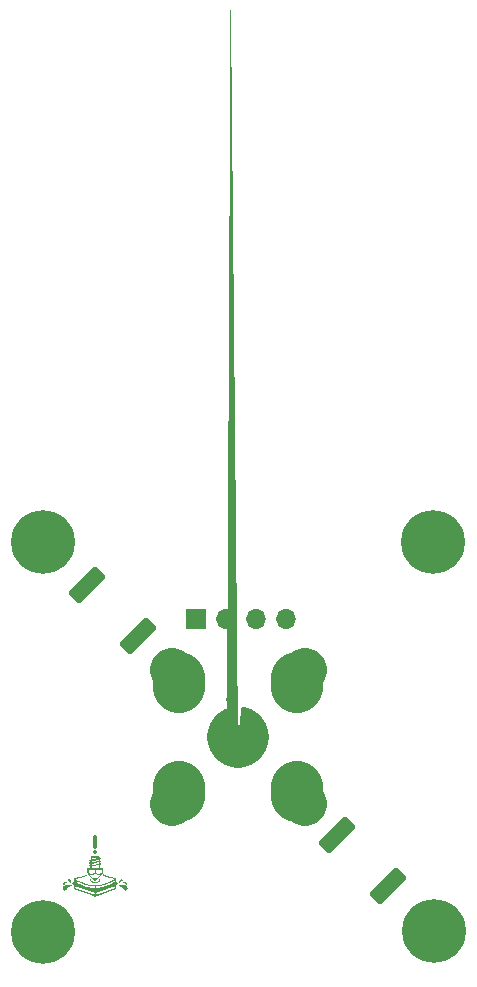
<source format=gbr>
%TF.GenerationSoftware,KiCad,Pcbnew,7.0.7*%
%TF.CreationDate,2023-09-04T20:48:42-04:00*%
%TF.ProjectId,square,73717561-7265-42e6-9b69-6361645f7063,rev?*%
%TF.SameCoordinates,Original*%
%TF.FileFunction,Soldermask,Top*%
%TF.FilePolarity,Negative*%
%FSLAX46Y46*%
G04 Gerber Fmt 4.6, Leading zero omitted, Abs format (unit mm)*
G04 Created by KiCad (PCBNEW 7.0.7) date 2023-09-04 20:48:42*
%MOMM*%
%LPD*%
G01*
G04 APERTURE LIST*
G04 Aperture macros list*
%AMRoundRect*
0 Rectangle with rounded corners*
0 $1 Rounding radius*
0 $2 $3 $4 $5 $6 $7 $8 $9 X,Y pos of 4 corners*
0 Add a 4 corners polygon primitive as box body*
4,1,4,$2,$3,$4,$5,$6,$7,$8,$9,$2,$3,0*
0 Add four circle primitives for the rounded corners*
1,1,$1+$1,$2,$3*
1,1,$1+$1,$4,$5*
1,1,$1+$1,$6,$7*
1,1,$1+$1,$8,$9*
0 Add four rect primitives between the rounded corners*
20,1,$1+$1,$2,$3,$4,$5,0*
20,1,$1+$1,$4,$5,$6,$7,0*
20,1,$1+$1,$6,$7,$8,$9,0*
20,1,$1+$1,$8,$9,$2,$3,0*%
%AMFreePoly0*
4,1,45,0.263282,1.831170,0.521205,1.775062,0.768518,1.682819,1.000186,1.556319,1.211492,1.398137,1.398137,1.211492,1.556319,1.000186,1.682819,0.768518,1.775062,0.521205,1.831170,0.263282,1.850000,0.000000,1.831170,-0.263282,1.775062,-0.521205,1.682819,-0.768518,1.556319,-1.000186,1.398137,-1.211492,1.211492,-1.398137,1.000186,-1.556319,0.768518,-1.682819,0.521205,-1.775062,
0.263282,-1.831170,0.000000,-1.850000,-0.263282,-1.831170,-0.521205,-1.775062,-0.768518,-1.682819,-1.000186,-1.556319,-1.211492,-1.398137,-1.398137,-1.211492,-1.556319,-1.000186,-1.682819,-0.768518,-1.775062,-0.521205,-1.831170,-0.263282,-1.850000,0.000000,-1.831170,0.263282,-1.775062,0.521205,-1.682819,0.768518,-1.556319,1.000186,-1.398137,1.211492,-1.211492,1.398137,-1.000186,1.556319,
-0.768518,1.682819,-0.521205,1.775062,-0.263282,1.831170,0.000000,1.850000,0.263282,1.831170,0.263282,1.831170,$1*%
%AMFreePoly1*
4,1,49,0.287158,2.181179,0.569402,2.125037,0.841904,2.032535,1.100000,1.905256,1.339275,1.745377,1.555635,1.555635,1.745377,1.339275,1.905256,1.100000,2.032535,0.841904,2.125037,0.569402,2.181179,0.287158,2.200000,0.000000,2.181179,-0.287158,2.125037,-0.569402,2.032535,-0.841904,1.905256,-1.100000,1.745377,-1.339275,1.555635,-1.555635,1.339275,-1.745377,1.100000,-1.905256,
0.841904,-2.032535,0.569402,-2.125037,0.287158,-2.181179,0.000000,-2.200000,-0.287158,-2.181179,-0.569402,-2.125037,-0.841904,-2.032535,-1.100000,-1.905256,-1.339275,-1.745377,-1.555635,-1.555635,-1.745377,-1.339275,-1.905256,-1.100000,-2.032535,-0.841904,-2.125037,-0.569402,-2.181179,-0.287158,-2.200000,0.000000,-2.181179,0.287158,-2.125037,0.569402,-2.032535,0.841904,-1.905256,1.100000,
-1.745377,1.339275,-1.555635,1.555635,-1.339275,1.745377,-1.100000,1.905256,-0.841904,2.032535,-0.569402,2.125037,-0.287158,2.181179,0.000000,2.200000,0.287158,2.181179,0.287158,2.181179,$1*%
%AMFreePoly2*
4,1,53,0.313395,2.581043,0.622221,2.524449,0.921973,2.431042,1.208280,2.302186,1.476968,2.139758,1.724119,1.946128,1.946128,1.724119,2.139758,1.476968,2.302186,1.208280,2.431042,0.921973,2.524449,0.622221,2.581043,0.313395,2.600000,0.000000,2.581043,-0.313395,2.524449,-0.622221,2.431042,-0.921973,2.302186,-1.208280,2.139758,-1.476968,1.946128,-1.724119,1.724119,-1.946128,
1.476968,-2.139758,1.208280,-2.302186,0.921973,-2.431042,0.622221,-2.524449,0.313395,-2.581043,0.000000,-2.600000,-0.313395,-2.581043,-0.622221,-2.524449,-0.921973,-2.431042,-1.208280,-2.302186,-1.476968,-2.139758,-1.724119,-1.946128,-1.946128,-1.724119,-2.139758,-1.476968,-2.302186,-1.208280,-2.431042,-0.921973,-2.524449,-0.622221,-2.581043,-0.313395,-2.600000,0.000000,-2.581043,0.313395,
-2.524449,0.622221,-2.431042,0.921973,-2.302186,1.208280,-2.139758,1.476968,-1.946128,1.724119,-1.724119,1.946128,-1.476968,2.139758,-1.208280,2.302186,-0.921973,2.431042,-0.622221,2.524449,-0.313395,2.581043,0.000000,2.600000,0.313395,2.581043,0.313395,2.581043,$1*%
G04 Aperture macros list end*
%ADD10C,0.000000*%
%ADD11R,1.700000X1.700000*%
%ADD12O,1.700000X1.700000*%
%ADD13RoundRect,0.249999X1.325827X0.689429X0.689429X1.325827X-1.325827X-0.689429X-0.689429X-1.325827X0*%
%ADD14C,0.800000*%
%ADD15C,5.400000*%
%ADD16FreePoly0,0.000000*%
%ADD17FreePoly1,0.000000*%
%ADD18FreePoly2,0.000000*%
G04 APERTURE END LIST*
D10*
G36*
X-12481422Y-12017466D02*
G01*
X-12479119Y-12017616D01*
X-12476818Y-12017878D01*
X-12474524Y-12018252D01*
X-12472238Y-12018740D01*
X-12469965Y-12019342D01*
X-12467708Y-12020059D01*
X-12465470Y-12020892D01*
X-12463255Y-12021843D01*
X-12461067Y-12022912D01*
X-12458907Y-12024100D01*
X-12456781Y-12025408D01*
X-12454691Y-12026837D01*
X-12452641Y-12028389D01*
X-12450634Y-12030063D01*
X-12448944Y-12031830D01*
X-12447349Y-12033656D01*
X-12445850Y-12035538D01*
X-12444448Y-12037474D01*
X-12443145Y-12039460D01*
X-12441943Y-12041493D01*
X-12440842Y-12043571D01*
X-12439844Y-12045690D01*
X-12438951Y-12047849D01*
X-12438164Y-12050043D01*
X-12437484Y-12052270D01*
X-12436914Y-12054527D01*
X-12436454Y-12056811D01*
X-12436106Y-12059120D01*
X-12435871Y-12061450D01*
X-12435751Y-12063798D01*
X-12435748Y-12066161D01*
X-12435862Y-12068538D01*
X-12436095Y-12070924D01*
X-12436449Y-12073317D01*
X-12436925Y-12075713D01*
X-12437525Y-12078111D01*
X-12438249Y-12080507D01*
X-12439100Y-12082897D01*
X-12440079Y-12085281D01*
X-12441187Y-12087653D01*
X-12442426Y-12090012D01*
X-12443798Y-12092354D01*
X-12445303Y-12094677D01*
X-12446943Y-12096978D01*
X-12448720Y-12099254D01*
X-12450635Y-12101501D01*
X-12453023Y-12104448D01*
X-12455229Y-12107341D01*
X-12457256Y-12110187D01*
X-12459110Y-12112994D01*
X-12460792Y-12115770D01*
X-12462308Y-12118523D01*
X-12463662Y-12121261D01*
X-12464856Y-12123991D01*
X-12465895Y-12126721D01*
X-12466784Y-12129458D01*
X-12467525Y-12132211D01*
X-12468122Y-12134987D01*
X-12468580Y-12137795D01*
X-12468902Y-12140641D01*
X-12469093Y-12143533D01*
X-12469156Y-12146480D01*
X-12468740Y-12152943D01*
X-12467504Y-12159421D01*
X-12465465Y-12165902D01*
X-12462639Y-12172370D01*
X-12454697Y-12185210D01*
X-12443814Y-12197826D01*
X-12430124Y-12210100D01*
X-12413764Y-12221917D01*
X-12394869Y-12233161D01*
X-12373575Y-12243715D01*
X-12350018Y-12253462D01*
X-12324332Y-12262287D01*
X-12296655Y-12270074D01*
X-12267121Y-12276705D01*
X-12235867Y-12282065D01*
X-12203027Y-12286038D01*
X-12168738Y-12288507D01*
X-12133135Y-12289355D01*
X-12115177Y-12289133D01*
X-12097532Y-12288478D01*
X-12080214Y-12287404D01*
X-12063242Y-12285929D01*
X-12046633Y-12284069D01*
X-12030403Y-12281838D01*
X-12014569Y-12279255D01*
X-11999148Y-12276333D01*
X-11984158Y-12273090D01*
X-11969614Y-12269541D01*
X-11955535Y-12265702D01*
X-11941937Y-12261590D01*
X-11928837Y-12257220D01*
X-11916252Y-12252608D01*
X-11904199Y-12247770D01*
X-11892695Y-12242723D01*
X-11881756Y-12237481D01*
X-11871401Y-12232062D01*
X-11861645Y-12226482D01*
X-11852506Y-12220755D01*
X-11844000Y-12214898D01*
X-11836146Y-12208928D01*
X-11828959Y-12202860D01*
X-11822456Y-12196710D01*
X-11816655Y-12190494D01*
X-11811572Y-12184228D01*
X-11807225Y-12177928D01*
X-11803630Y-12171611D01*
X-11800805Y-12165291D01*
X-11798766Y-12158985D01*
X-11797530Y-12152710D01*
X-11797114Y-12146480D01*
X-11797176Y-12143533D01*
X-11797367Y-12140641D01*
X-11797689Y-12137795D01*
X-11798147Y-12134987D01*
X-11798745Y-12132211D01*
X-11799486Y-12129458D01*
X-11800374Y-12126721D01*
X-11801413Y-12123991D01*
X-11802608Y-12121261D01*
X-11803961Y-12118523D01*
X-11805477Y-12115770D01*
X-11807160Y-12112994D01*
X-11809013Y-12110187D01*
X-11811041Y-12107341D01*
X-11813247Y-12104448D01*
X-11815635Y-12101501D01*
X-11817076Y-12099494D01*
X-11818424Y-12097444D01*
X-11819677Y-12095354D01*
X-11820833Y-12093228D01*
X-11821893Y-12091069D01*
X-11822855Y-12088880D01*
X-11823718Y-12086665D01*
X-11824482Y-12084427D01*
X-11825144Y-12082170D01*
X-11825705Y-12079897D01*
X-11826163Y-12077611D01*
X-11826518Y-12075317D01*
X-11826767Y-12073016D01*
X-11826912Y-12070713D01*
X-11826949Y-12068411D01*
X-11826879Y-12066113D01*
X-11826701Y-12063823D01*
X-11826413Y-12061544D01*
X-11826015Y-12059280D01*
X-11825505Y-12057033D01*
X-11824882Y-12054808D01*
X-11824147Y-12052608D01*
X-11823297Y-12050436D01*
X-11822332Y-12048295D01*
X-11821250Y-12046189D01*
X-11820051Y-12044121D01*
X-11818735Y-12042095D01*
X-11817298Y-12040115D01*
X-11815742Y-12038182D01*
X-11814065Y-12036301D01*
X-11812265Y-12034476D01*
X-11810343Y-12032709D01*
X-11808336Y-12031027D01*
X-11806286Y-12029454D01*
X-11804196Y-12027991D01*
X-11802069Y-12026637D01*
X-11799910Y-12025394D01*
X-11797722Y-12024262D01*
X-11795507Y-12023241D01*
X-11793269Y-12022333D01*
X-11791012Y-12021536D01*
X-11788739Y-12020853D01*
X-11786453Y-12020283D01*
X-11784158Y-12019826D01*
X-11781858Y-12019484D01*
X-11779555Y-12019257D01*
X-11777253Y-12019145D01*
X-11774955Y-12019149D01*
X-11772665Y-12019270D01*
X-11770386Y-12019507D01*
X-11768122Y-12019861D01*
X-11765875Y-12020333D01*
X-11763650Y-12020923D01*
X-11761450Y-12021632D01*
X-11759278Y-12022460D01*
X-11757137Y-12023408D01*
X-11755031Y-12024475D01*
X-11752963Y-12025664D01*
X-11750937Y-12026974D01*
X-11748956Y-12028405D01*
X-11747024Y-12029958D01*
X-11745143Y-12031634D01*
X-11743318Y-12033433D01*
X-11741551Y-12035355D01*
X-11736250Y-12041370D01*
X-11731262Y-12047504D01*
X-11726593Y-12053755D01*
X-11722245Y-12060118D01*
X-11718222Y-12066590D01*
X-11714529Y-12073167D01*
X-11711170Y-12079844D01*
X-11708147Y-12086618D01*
X-11705466Y-12093485D01*
X-11703129Y-12100441D01*
X-11701142Y-12107483D01*
X-11699507Y-12114606D01*
X-11698229Y-12121806D01*
X-11697311Y-12129081D01*
X-11696757Y-12136425D01*
X-11696572Y-12143834D01*
X-11697118Y-12156389D01*
X-11698742Y-12168746D01*
X-11701418Y-12180889D01*
X-11705124Y-12192808D01*
X-11709836Y-12204488D01*
X-11715530Y-12215917D01*
X-11722182Y-12227081D01*
X-11729769Y-12237968D01*
X-11738266Y-12248564D01*
X-11747651Y-12258856D01*
X-11768986Y-12278477D01*
X-11793585Y-12296726D01*
X-11821257Y-12313498D01*
X-11851812Y-12328689D01*
X-11885062Y-12342194D01*
X-11920815Y-12353909D01*
X-11958881Y-12363728D01*
X-11999072Y-12371547D01*
X-12041197Y-12377262D01*
X-12085065Y-12380767D01*
X-12130488Y-12381959D01*
X-12153615Y-12381659D01*
X-12176347Y-12380767D01*
X-12198663Y-12379297D01*
X-12220540Y-12377262D01*
X-12241955Y-12374674D01*
X-12262887Y-12371547D01*
X-12283313Y-12367894D01*
X-12303212Y-12363728D01*
X-12322559Y-12359062D01*
X-12341335Y-12353909D01*
X-12359515Y-12348282D01*
X-12377078Y-12342194D01*
X-12394001Y-12335659D01*
X-12410263Y-12328689D01*
X-12425841Y-12321298D01*
X-12440712Y-12313498D01*
X-12454855Y-12305303D01*
X-12468247Y-12296726D01*
X-12480865Y-12287780D01*
X-12492688Y-12278477D01*
X-12503694Y-12268832D01*
X-12513859Y-12258856D01*
X-12523162Y-12248564D01*
X-12531580Y-12237968D01*
X-12539091Y-12227081D01*
X-12545673Y-12215917D01*
X-12551304Y-12204488D01*
X-12555961Y-12192808D01*
X-12559622Y-12180889D01*
X-12562264Y-12168746D01*
X-12563866Y-12156389D01*
X-12564405Y-12143834D01*
X-12564220Y-12136424D01*
X-12563666Y-12129075D01*
X-12562748Y-12121789D01*
X-12561470Y-12114565D01*
X-12559835Y-12107402D01*
X-12557847Y-12100302D01*
X-12555511Y-12093264D01*
X-12552829Y-12086287D01*
X-12549807Y-12079373D01*
X-12546447Y-12072521D01*
X-12542754Y-12065730D01*
X-12538732Y-12059002D01*
X-12534384Y-12052336D01*
X-12529715Y-12045732D01*
X-12524727Y-12039189D01*
X-12519426Y-12032709D01*
X-12517659Y-12031020D01*
X-12515834Y-12029424D01*
X-12513953Y-12027923D01*
X-12512021Y-12026518D01*
X-12510040Y-12025211D01*
X-12508014Y-12024001D01*
X-12505946Y-12022889D01*
X-12503840Y-12021878D01*
X-12501699Y-12020967D01*
X-12499527Y-12020158D01*
X-12497327Y-12019452D01*
X-12495102Y-12018850D01*
X-12492855Y-12018352D01*
X-12490591Y-12017959D01*
X-12488312Y-12017674D01*
X-12486022Y-12017496D01*
X-12483724Y-12017426D01*
X-12481422Y-12017466D01*
G37*
G36*
X-9586933Y-12313788D02*
G01*
X-9574679Y-12314956D01*
X-9562308Y-12316721D01*
X-9549849Y-12319127D01*
X-9537334Y-12322216D01*
X-9524791Y-12326032D01*
X-9512251Y-12330618D01*
X-9499745Y-12336017D01*
X-9487301Y-12342272D01*
X-9475520Y-12349276D01*
X-9464960Y-12356847D01*
X-9455585Y-12364919D01*
X-9447360Y-12373422D01*
X-9440249Y-12382290D01*
X-9434217Y-12391455D01*
X-9429228Y-12400848D01*
X-9425248Y-12410402D01*
X-9422240Y-12420049D01*
X-9420170Y-12429721D01*
X-9419002Y-12439351D01*
X-9418700Y-12448870D01*
X-9419230Y-12458211D01*
X-9420556Y-12467305D01*
X-9422643Y-12476086D01*
X-9425454Y-12484485D01*
X-9428956Y-12492435D01*
X-9433112Y-12499867D01*
X-9437888Y-12506713D01*
X-9443247Y-12512907D01*
X-9449154Y-12518380D01*
X-9455575Y-12523064D01*
X-9462473Y-12526892D01*
X-9469814Y-12529795D01*
X-9477561Y-12531706D01*
X-9485680Y-12532557D01*
X-9494135Y-12532280D01*
X-9502892Y-12530808D01*
X-9511913Y-12528072D01*
X-9521165Y-12524005D01*
X-9530611Y-12518538D01*
X-9540217Y-12511605D01*
X-9549546Y-12503514D01*
X-9557048Y-12495125D01*
X-9563257Y-12486450D01*
X-9568702Y-12477499D01*
X-9579425Y-12458818D01*
X-9585765Y-12449111D01*
X-9593465Y-12439175D01*
X-9603057Y-12429023D01*
X-9615071Y-12418665D01*
X-9630038Y-12408113D01*
X-9648490Y-12397380D01*
X-9670957Y-12386475D01*
X-9697970Y-12375412D01*
X-9730060Y-12364202D01*
X-9767759Y-12352855D01*
X-9761134Y-12349471D01*
X-9742541Y-12341156D01*
X-9729357Y-12336012D01*
X-9713902Y-12330671D01*
X-9696416Y-12325476D01*
X-9677139Y-12320774D01*
X-9656312Y-12316910D01*
X-9634175Y-12314227D01*
X-9610969Y-12313071D01*
X-9586933Y-12313788D01*
G37*
G36*
X-11823739Y-10133062D02*
G01*
X-11821268Y-10133244D01*
X-11818812Y-10133542D01*
X-11816379Y-10133952D01*
X-11813977Y-10134471D01*
X-11811615Y-10135094D01*
X-11809298Y-10135818D01*
X-11807036Y-10136639D01*
X-11804836Y-10137553D01*
X-11802706Y-10138556D01*
X-11800653Y-10139645D01*
X-11798685Y-10140815D01*
X-11796811Y-10142062D01*
X-11795037Y-10143383D01*
X-11793371Y-10144774D01*
X-11791822Y-10146230D01*
X-11749489Y-10188564D01*
X-11748033Y-10190113D01*
X-11746642Y-10191778D01*
X-11745321Y-10193552D01*
X-11744074Y-10195426D01*
X-11742904Y-10197394D01*
X-11741816Y-10199447D01*
X-11740812Y-10201577D01*
X-11739898Y-10203777D01*
X-11739077Y-10206039D01*
X-11738353Y-10208356D01*
X-11737730Y-10210718D01*
X-11737211Y-10213120D01*
X-11736801Y-10215553D01*
X-11736503Y-10218009D01*
X-11736322Y-10220480D01*
X-11736260Y-10222959D01*
X-11736260Y-10238834D01*
X-11667468Y-10260001D01*
X-11664771Y-10260806D01*
X-11662138Y-10261732D01*
X-11659571Y-10262774D01*
X-11657071Y-10263928D01*
X-11654641Y-10265191D01*
X-11652283Y-10266559D01*
X-11649999Y-10268027D01*
X-11647790Y-10269592D01*
X-11645659Y-10271250D01*
X-11643607Y-10272997D01*
X-11641636Y-10274830D01*
X-11639749Y-10276744D01*
X-11636233Y-10280801D01*
X-11633073Y-10285136D01*
X-11630285Y-10289720D01*
X-11627884Y-10294521D01*
X-11625887Y-10299508D01*
X-11624308Y-10304649D01*
X-11623164Y-10309915D01*
X-11622469Y-10315274D01*
X-11622295Y-10317979D01*
X-11622239Y-10320695D01*
X-11622303Y-10323419D01*
X-11622489Y-10326147D01*
X-11622559Y-10328859D01*
X-11622764Y-10331538D01*
X-11623102Y-10334182D01*
X-11623569Y-10336787D01*
X-11624163Y-10339351D01*
X-11624879Y-10341872D01*
X-11625714Y-10344348D01*
X-11626665Y-10346776D01*
X-11627728Y-10349153D01*
X-11628901Y-10351478D01*
X-11630179Y-10353747D01*
X-11631559Y-10355959D01*
X-11633038Y-10358110D01*
X-11634612Y-10360199D01*
X-11636279Y-10362223D01*
X-11638034Y-10364180D01*
X-11639874Y-10366067D01*
X-11641797Y-10367882D01*
X-11643797Y-10369622D01*
X-11645873Y-10371286D01*
X-11648021Y-10372869D01*
X-11650237Y-10374371D01*
X-11652517Y-10375789D01*
X-11654860Y-10377120D01*
X-11657260Y-10378362D01*
X-11659715Y-10379512D01*
X-11662222Y-10380568D01*
X-11664777Y-10381528D01*
X-11667376Y-10382389D01*
X-11670016Y-10383149D01*
X-11672694Y-10383805D01*
X-11675406Y-10384355D01*
X-11736260Y-10394938D01*
X-11736260Y-10471668D01*
X-11667468Y-10492834D01*
X-11664771Y-10493640D01*
X-11662138Y-10494565D01*
X-11659571Y-10495607D01*
X-11657071Y-10496762D01*
X-11654641Y-10498025D01*
X-11652283Y-10499392D01*
X-11649999Y-10500860D01*
X-11647790Y-10502426D01*
X-11645659Y-10504084D01*
X-11643607Y-10505831D01*
X-11641636Y-10507664D01*
X-11639749Y-10509578D01*
X-11636233Y-10513634D01*
X-11633073Y-10517970D01*
X-11630285Y-10522554D01*
X-11627884Y-10527354D01*
X-11625887Y-10532341D01*
X-11624308Y-10537483D01*
X-11623164Y-10542749D01*
X-11622469Y-10548107D01*
X-11622295Y-10550812D01*
X-11622239Y-10553528D01*
X-11622303Y-10556252D01*
X-11622489Y-10558980D01*
X-11622559Y-10561693D01*
X-11622764Y-10564372D01*
X-11623102Y-10567015D01*
X-11623569Y-10569620D01*
X-11624163Y-10572185D01*
X-11624879Y-10574706D01*
X-11625714Y-10577181D01*
X-11626665Y-10579609D01*
X-11627728Y-10581987D01*
X-11628901Y-10584311D01*
X-11630179Y-10586580D01*
X-11631559Y-10588792D01*
X-11633038Y-10590944D01*
X-11634612Y-10593033D01*
X-11636279Y-10595057D01*
X-11638034Y-10597014D01*
X-11639874Y-10598901D01*
X-11641797Y-10600716D01*
X-11643797Y-10602456D01*
X-11645873Y-10604119D01*
X-11648021Y-10605703D01*
X-11650237Y-10607205D01*
X-11652517Y-10608623D01*
X-11654860Y-10609954D01*
X-11657260Y-10611196D01*
X-11659715Y-10612346D01*
X-11662222Y-10613402D01*
X-11664777Y-10614362D01*
X-11667376Y-10615223D01*
X-11670016Y-10615983D01*
X-11672694Y-10616639D01*
X-11675406Y-10617189D01*
X-11736260Y-10627772D01*
X-11736260Y-10704501D01*
X-11667468Y-10725668D01*
X-11664771Y-10726473D01*
X-11662138Y-10727399D01*
X-11659571Y-10728441D01*
X-11657071Y-10729595D01*
X-11654641Y-10730858D01*
X-11652283Y-10732225D01*
X-11649999Y-10733694D01*
X-11647790Y-10735259D01*
X-11645659Y-10736917D01*
X-11643607Y-10738664D01*
X-11641636Y-10740497D01*
X-11639749Y-10742411D01*
X-11636233Y-10746467D01*
X-11633073Y-10750803D01*
X-11630285Y-10755387D01*
X-11627884Y-10760187D01*
X-11625887Y-10765174D01*
X-11624308Y-10770316D01*
X-11623164Y-10775582D01*
X-11622469Y-10780941D01*
X-11622295Y-10783645D01*
X-11622239Y-10786362D01*
X-11622303Y-10789086D01*
X-11622489Y-10791814D01*
X-11622559Y-10794526D01*
X-11622764Y-10797205D01*
X-11623102Y-10799849D01*
X-11623569Y-10802454D01*
X-11624163Y-10805018D01*
X-11624879Y-10807539D01*
X-11625714Y-10810015D01*
X-11626665Y-10812443D01*
X-11627728Y-10814820D01*
X-11628901Y-10817144D01*
X-11630179Y-10819414D01*
X-11631559Y-10821625D01*
X-11633038Y-10823777D01*
X-11634612Y-10825866D01*
X-11636279Y-10827890D01*
X-11638034Y-10829847D01*
X-11639874Y-10831734D01*
X-11641797Y-10833549D01*
X-11643797Y-10835289D01*
X-11645873Y-10836952D01*
X-11648021Y-10838536D01*
X-11650237Y-10840038D01*
X-11652517Y-10841456D01*
X-11654860Y-10842787D01*
X-11657260Y-10844028D01*
X-11659715Y-10845179D01*
X-11662222Y-10846235D01*
X-11664777Y-10847195D01*
X-11667376Y-10848056D01*
X-11670016Y-10848815D01*
X-11672694Y-10849472D01*
X-11675406Y-10850022D01*
X-11736260Y-10860605D01*
X-11736260Y-11074917D01*
X-11582802Y-11074917D01*
X-11577137Y-11075056D01*
X-11571555Y-11075467D01*
X-11566064Y-11076145D01*
X-11560669Y-11077083D01*
X-11555377Y-11078274D01*
X-11550194Y-11079714D01*
X-11545126Y-11081394D01*
X-11540179Y-11083310D01*
X-11535361Y-11085454D01*
X-11530677Y-11087820D01*
X-11526133Y-11090403D01*
X-11521736Y-11093195D01*
X-11517492Y-11096191D01*
X-11513408Y-11099384D01*
X-11509489Y-11102768D01*
X-11505742Y-11106337D01*
X-11502174Y-11110084D01*
X-11498790Y-11114002D01*
X-11495597Y-11118087D01*
X-11492601Y-11122331D01*
X-11489808Y-11126728D01*
X-11487226Y-11131271D01*
X-11484859Y-11135955D01*
X-11482715Y-11140774D01*
X-11480799Y-11145720D01*
X-11479119Y-11150788D01*
X-11477680Y-11155971D01*
X-11476488Y-11161264D01*
X-11475550Y-11166658D01*
X-11474872Y-11172150D01*
X-11474461Y-11177731D01*
X-11474323Y-11183397D01*
X-11474323Y-11498251D01*
X-11474509Y-11506681D01*
X-11475067Y-11515092D01*
X-11475997Y-11523464D01*
X-11477299Y-11531778D01*
X-11478974Y-11540015D01*
X-11481020Y-11548154D01*
X-11483438Y-11556178D01*
X-11486229Y-11564066D01*
X-11489392Y-11571798D01*
X-11492926Y-11579357D01*
X-11496833Y-11586721D01*
X-11501112Y-11593873D01*
X-11505763Y-11600791D01*
X-11510786Y-11607458D01*
X-11516181Y-11613854D01*
X-11521948Y-11619959D01*
X-12061698Y-12196751D01*
X-12063247Y-12198673D01*
X-12064912Y-12200471D01*
X-12066686Y-12202146D01*
X-12068560Y-12203696D01*
X-12070528Y-12205122D01*
X-12072581Y-12206424D01*
X-12074711Y-12207603D01*
X-12076911Y-12208657D01*
X-12079173Y-12209587D01*
X-12081490Y-12210393D01*
X-12083852Y-12211075D01*
X-12086254Y-12211633D01*
X-12088687Y-12212068D01*
X-12091143Y-12212378D01*
X-12093614Y-12212564D01*
X-12096093Y-12212626D01*
X-12164884Y-12212626D01*
X-12167364Y-12212564D01*
X-12169835Y-12212378D01*
X-12172291Y-12212068D01*
X-12174723Y-12211634D01*
X-12177125Y-12211075D01*
X-12179488Y-12210393D01*
X-12181804Y-12209587D01*
X-12184066Y-12208657D01*
X-12186267Y-12207603D01*
X-12188397Y-12206425D01*
X-12190450Y-12205122D01*
X-12192417Y-12203696D01*
X-12194292Y-12202146D01*
X-12196066Y-12200472D01*
X-12197731Y-12198673D01*
X-12198521Y-12197727D01*
X-12199280Y-12196751D01*
X-12689183Y-11680813D01*
X-12551176Y-11680813D01*
X-12273363Y-11977146D01*
X-12130488Y-11974501D01*
X-11987613Y-11977146D01*
X-11709800Y-11680813D01*
X-11735680Y-11684699D01*
X-11748775Y-11686487D01*
X-11762055Y-11688089D01*
X-11775584Y-11689443D01*
X-11789423Y-11690487D01*
X-11803635Y-11691159D01*
X-11818280Y-11691396D01*
X-11845215Y-11690765D01*
X-11871413Y-11688952D01*
X-11896821Y-11686077D01*
X-11921385Y-11682260D01*
X-11945048Y-11677622D01*
X-11967759Y-11672281D01*
X-11989462Y-11666360D01*
X-12010103Y-11659977D01*
X-12029627Y-11653254D01*
X-12047981Y-11646309D01*
X-12065111Y-11639264D01*
X-12080961Y-11632238D01*
X-12095478Y-11625351D01*
X-12108608Y-11618724D01*
X-12130488Y-11606730D01*
X-12153236Y-11618724D01*
X-12181503Y-11632238D01*
X-12214855Y-11646309D01*
X-12233302Y-11653254D01*
X-12252858Y-11659977D01*
X-12273468Y-11666360D01*
X-12295078Y-11672281D01*
X-12317633Y-11677622D01*
X-12341080Y-11682260D01*
X-12365364Y-11686077D01*
X-12390431Y-11688952D01*
X-12416227Y-11690765D01*
X-12442696Y-11691396D01*
X-12457341Y-11691267D01*
X-12471552Y-11690859D01*
X-12485391Y-11690141D01*
X-12498920Y-11689081D01*
X-12512201Y-11687650D01*
X-12525296Y-11685815D01*
X-12538267Y-11683547D01*
X-12551176Y-11680813D01*
X-12689183Y-11680813D01*
X-12746966Y-11619959D01*
X-12752297Y-11613854D01*
X-12757369Y-11607459D01*
X-12762169Y-11600792D01*
X-12766686Y-11593873D01*
X-12770909Y-11586722D01*
X-12774825Y-11579357D01*
X-12778424Y-11571799D01*
X-12781693Y-11564066D01*
X-12784621Y-11556178D01*
X-12787197Y-11548155D01*
X-12789408Y-11540015D01*
X-12791243Y-11531779D01*
X-12792690Y-11523464D01*
X-12793739Y-11515092D01*
X-12794376Y-11506681D01*
X-12794591Y-11498251D01*
X-12794591Y-11495605D01*
X-12688759Y-11495605D01*
X-12688729Y-11497093D01*
X-12688640Y-11498582D01*
X-12688498Y-11500070D01*
X-12688304Y-11501558D01*
X-12688065Y-11503046D01*
X-12687783Y-11504535D01*
X-12687462Y-11506023D01*
X-12687106Y-11507511D01*
X-12686305Y-11510488D01*
X-12685411Y-11513464D01*
X-12683468Y-11519417D01*
X-12671598Y-11527918D01*
X-12653991Y-11538807D01*
X-12643105Y-11544807D01*
X-12630866Y-11550997D01*
X-12617302Y-11557242D01*
X-12602439Y-11563405D01*
X-12586305Y-11569351D01*
X-12568927Y-11574944D01*
X-12550332Y-11580049D01*
X-12530547Y-11584530D01*
X-12509599Y-11588251D01*
X-12487516Y-11591077D01*
X-12464324Y-11592872D01*
X-12440051Y-11593501D01*
X-12417954Y-11592960D01*
X-12396348Y-11591408D01*
X-12375293Y-11588949D01*
X-12354847Y-11585687D01*
X-12335067Y-11581728D01*
X-12316012Y-11577176D01*
X-12297740Y-11572136D01*
X-12280309Y-11566712D01*
X-12263777Y-11561009D01*
X-12248202Y-11555131D01*
X-12233643Y-11549184D01*
X-12220157Y-11543271D01*
X-12207804Y-11537498D01*
X-12196639Y-11531970D01*
X-12183062Y-11524709D01*
X-12082863Y-11524709D01*
X-12065097Y-11534616D01*
X-12041936Y-11545917D01*
X-12013937Y-11557777D01*
X-11998299Y-11563655D01*
X-11981660Y-11569358D01*
X-11964092Y-11574782D01*
X-11945663Y-11579822D01*
X-11926443Y-11584374D01*
X-11906502Y-11588333D01*
X-11885910Y-11591595D01*
X-11864737Y-11594054D01*
X-11843053Y-11595606D01*
X-11820926Y-11596147D01*
X-11808656Y-11595979D01*
X-11796653Y-11595489D01*
X-11784920Y-11594695D01*
X-11773461Y-11593615D01*
X-11762279Y-11592267D01*
X-11751378Y-11590670D01*
X-11740760Y-11588843D01*
X-11730430Y-11586804D01*
X-11720391Y-11584570D01*
X-11710645Y-11582162D01*
X-11692050Y-11576892D01*
X-11674672Y-11571142D01*
X-11658538Y-11565058D01*
X-11643675Y-11558789D01*
X-11630111Y-11552480D01*
X-11617872Y-11546280D01*
X-11606985Y-11540336D01*
X-11597479Y-11534795D01*
X-11589379Y-11529805D01*
X-11577509Y-11522063D01*
X-11575566Y-11516110D01*
X-11574672Y-11513134D01*
X-11573871Y-11510157D01*
X-11573515Y-11508669D01*
X-11573194Y-11507180D01*
X-11572912Y-11505692D01*
X-11572672Y-11504204D01*
X-11572479Y-11502716D01*
X-11572336Y-11501227D01*
X-11572248Y-11499739D01*
X-11572217Y-11498251D01*
X-11572217Y-11323626D01*
X-11588547Y-11313725D01*
X-11609590Y-11302459D01*
X-11621801Y-11296586D01*
X-11635097Y-11290698D01*
X-11649448Y-11284902D01*
X-11664822Y-11279308D01*
X-11681187Y-11274024D01*
X-11698515Y-11269159D01*
X-11716772Y-11264821D01*
X-11735928Y-11261118D01*
X-11755953Y-11258160D01*
X-11776815Y-11256054D01*
X-11798483Y-11254909D01*
X-11820926Y-11254834D01*
X-11843024Y-11255375D01*
X-11864629Y-11256927D01*
X-11885684Y-11259386D01*
X-11906130Y-11262648D01*
X-11925910Y-11266607D01*
X-11944965Y-11271159D01*
X-11963237Y-11276199D01*
X-11980668Y-11281623D01*
X-11997200Y-11287327D01*
X-12012775Y-11293204D01*
X-12027334Y-11299151D01*
X-12040819Y-11305064D01*
X-12053173Y-11310837D01*
X-12064337Y-11316365D01*
X-12082863Y-11326272D01*
X-12082863Y-11524709D01*
X-12183062Y-11524709D01*
X-12178113Y-11522063D01*
X-12178113Y-11323626D01*
X-12195880Y-11313719D01*
X-12219041Y-11302418D01*
X-12247039Y-11290558D01*
X-12262678Y-11284681D01*
X-12279316Y-11278977D01*
X-12296885Y-11273553D01*
X-12315314Y-11268513D01*
X-12334534Y-11263961D01*
X-12354475Y-11260002D01*
X-12375066Y-11256740D01*
X-12396240Y-11254281D01*
X-12417924Y-11252729D01*
X-12440051Y-11252188D01*
X-12451135Y-11252326D01*
X-12462058Y-11252729D01*
X-12483402Y-11254281D01*
X-12504041Y-11256740D01*
X-12523932Y-11260002D01*
X-12543032Y-11263961D01*
X-12561299Y-11268513D01*
X-12578690Y-11273553D01*
X-12595163Y-11278977D01*
X-12610674Y-11284681D01*
X-12625182Y-11290558D01*
X-12638643Y-11296505D01*
X-12651015Y-11302418D01*
X-12662255Y-11308191D01*
X-12672321Y-11313719D01*
X-12681170Y-11318899D01*
X-12688759Y-11323626D01*
X-12688759Y-11495605D01*
X-12794591Y-11495605D01*
X-12794591Y-11183397D01*
X-12688759Y-11183397D01*
X-12686113Y-11183397D01*
X-12686113Y-11212501D01*
X-12674713Y-11206558D01*
X-12662383Y-11200677D01*
X-12649185Y-11194921D01*
X-12635181Y-11189350D01*
X-12620432Y-11184027D01*
X-12605002Y-11179015D01*
X-12588951Y-11174374D01*
X-12572342Y-11170168D01*
X-12307759Y-11170168D01*
X-12292630Y-11173789D01*
X-12278004Y-11177681D01*
X-12263890Y-11181806D01*
X-12250295Y-11186125D01*
X-12237227Y-11190599D01*
X-12224694Y-11195189D01*
X-12212704Y-11199857D01*
X-12201264Y-11204564D01*
X-12190382Y-11209270D01*
X-12180067Y-11213938D01*
X-12161163Y-11223002D01*
X-12144617Y-11231446D01*
X-12130488Y-11238959D01*
X-12116251Y-11231446D01*
X-12099441Y-11223002D01*
X-12080212Y-11213938D01*
X-12058720Y-11204564D01*
X-12035119Y-11195189D01*
X-12009565Y-11186125D01*
X-11996104Y-11181806D01*
X-11982213Y-11177681D01*
X-11967911Y-11173789D01*
X-11953217Y-11170168D01*
X-11683343Y-11170168D01*
X-11675002Y-11172213D01*
X-11666843Y-11174374D01*
X-11658862Y-11176644D01*
X-11651055Y-11179014D01*
X-11635950Y-11184027D01*
X-11621497Y-11189350D01*
X-11607663Y-11194920D01*
X-11594418Y-11200677D01*
X-11581731Y-11206558D01*
X-11569572Y-11212501D01*
X-11569572Y-11183397D01*
X-11569587Y-11182660D01*
X-11569633Y-11181940D01*
X-11569709Y-11181236D01*
X-11569815Y-11180549D01*
X-11569949Y-11179880D01*
X-11570113Y-11179228D01*
X-11570304Y-11178595D01*
X-11570523Y-11177981D01*
X-11570769Y-11177386D01*
X-11571041Y-11176811D01*
X-11571340Y-11176257D01*
X-11571665Y-11175723D01*
X-11572014Y-11175210D01*
X-11572389Y-11174720D01*
X-11572787Y-11174251D01*
X-11573210Y-11173806D01*
X-11573655Y-11173383D01*
X-11574124Y-11172985D01*
X-11574614Y-11172610D01*
X-11575127Y-11172261D01*
X-11575661Y-11171936D01*
X-11576215Y-11171637D01*
X-11576790Y-11171365D01*
X-11577385Y-11171118D01*
X-11577999Y-11170900D01*
X-11578632Y-11170708D01*
X-11579284Y-11170545D01*
X-11579953Y-11170410D01*
X-11580640Y-11170305D01*
X-11581344Y-11170229D01*
X-11582064Y-11170183D01*
X-11582801Y-11170168D01*
X-11683343Y-11170168D01*
X-11953217Y-11170168D01*
X-12307759Y-11170168D01*
X-12572342Y-11170168D01*
X-12675530Y-11170168D01*
X-12676266Y-11170183D01*
X-12676987Y-11170229D01*
X-12677690Y-11170305D01*
X-12678377Y-11170410D01*
X-12679047Y-11170545D01*
X-12679698Y-11170708D01*
X-12680331Y-11170900D01*
X-12680946Y-11171118D01*
X-12681540Y-11171364D01*
X-12682115Y-11171637D01*
X-12682670Y-11171936D01*
X-12683204Y-11172260D01*
X-12683716Y-11172610D01*
X-12684207Y-11172985D01*
X-12684675Y-11173383D01*
X-12685121Y-11173806D01*
X-12685543Y-11174251D01*
X-12685942Y-11174720D01*
X-12686317Y-11175210D01*
X-12686666Y-11175723D01*
X-12686991Y-11176256D01*
X-12687290Y-11176811D01*
X-12687562Y-11177386D01*
X-12687808Y-11177981D01*
X-12688027Y-11178595D01*
X-12688219Y-11179228D01*
X-12688382Y-11179880D01*
X-12688516Y-11180549D01*
X-12688622Y-11181236D01*
X-12688698Y-11181940D01*
X-12688744Y-11182660D01*
X-12688759Y-11183397D01*
X-12794591Y-11183397D01*
X-12794453Y-11177964D01*
X-12794042Y-11172586D01*
X-12793364Y-11167270D01*
X-12792426Y-11162023D01*
X-12791234Y-11156854D01*
X-12789795Y-11151771D01*
X-12788115Y-11146780D01*
X-12786199Y-11141890D01*
X-12784055Y-11137109D01*
X-12781688Y-11132444D01*
X-12779106Y-11127903D01*
X-12776313Y-11123493D01*
X-12773318Y-11119224D01*
X-12770124Y-11115101D01*
X-12766741Y-11111134D01*
X-12763172Y-11107329D01*
X-12759425Y-11103695D01*
X-12755507Y-11100239D01*
X-12751422Y-11096969D01*
X-12747178Y-11093893D01*
X-12742781Y-11091019D01*
X-12738238Y-11088353D01*
X-12733553Y-11085905D01*
X-12728735Y-11083682D01*
X-12723789Y-11081691D01*
X-12718721Y-11079940D01*
X-12713537Y-11078438D01*
X-12708245Y-11077191D01*
X-12702850Y-11076208D01*
X-12697359Y-11075496D01*
X-12691778Y-11075063D01*
X-12686112Y-11074917D01*
X-12532654Y-11074917D01*
X-12429467Y-11074917D01*
X-11834155Y-11074917D01*
X-11834155Y-10876480D01*
X-12429467Y-10969084D01*
X-12429467Y-11074917D01*
X-12532654Y-11074917D01*
X-12532654Y-11006126D01*
X-12598800Y-10990251D01*
X-12601497Y-10989453D01*
X-12604131Y-10988549D01*
X-12606700Y-10987541D01*
X-12609203Y-10986432D01*
X-12611637Y-10985224D01*
X-12614003Y-10983920D01*
X-12618520Y-10981032D01*
X-12622742Y-10977787D01*
X-12626659Y-10974205D01*
X-12630258Y-10970306D01*
X-12633527Y-10966108D01*
X-12636455Y-10961630D01*
X-12639030Y-10956894D01*
X-12641241Y-10951917D01*
X-12643077Y-10946719D01*
X-12644524Y-10941319D01*
X-12645573Y-10935737D01*
X-12646210Y-10929993D01*
X-12646425Y-10924105D01*
X-12646116Y-10921152D01*
X-12645685Y-10918247D01*
X-12645136Y-10915393D01*
X-12644472Y-10912591D01*
X-12643695Y-10909844D01*
X-12642809Y-10907153D01*
X-12641816Y-10904519D01*
X-12640720Y-10901946D01*
X-12639523Y-10899435D01*
X-12638228Y-10896988D01*
X-12636838Y-10894607D01*
X-12635356Y-10892293D01*
X-12633785Y-10890049D01*
X-12632128Y-10887877D01*
X-12630387Y-10885779D01*
X-12628566Y-10883756D01*
X-12626667Y-10881811D01*
X-12624694Y-10879945D01*
X-12622649Y-10878161D01*
X-12620535Y-10876460D01*
X-12618356Y-10874844D01*
X-12616113Y-10873315D01*
X-12613810Y-10871875D01*
X-12611451Y-10870527D01*
X-12609036Y-10869272D01*
X-12606571Y-10868111D01*
X-12604057Y-10867048D01*
X-12601498Y-10866083D01*
X-12598896Y-10865219D01*
X-12596254Y-10864458D01*
X-12593575Y-10863801D01*
X-12590863Y-10863251D01*
X-12530009Y-10852667D01*
X-12530009Y-10836793D01*
X-12429467Y-10836793D01*
X-11834155Y-10744188D01*
X-11834155Y-10643647D01*
X-12429467Y-10736251D01*
X-12429467Y-10836793D01*
X-12530009Y-10836793D01*
X-12530009Y-10773293D01*
X-12596155Y-10757418D01*
X-12598852Y-10756620D01*
X-12601486Y-10755716D01*
X-12604055Y-10754708D01*
X-12606558Y-10753599D01*
X-12608992Y-10752391D01*
X-12611358Y-10751087D01*
X-12615875Y-10748199D01*
X-12620097Y-10744954D01*
X-12624014Y-10741372D01*
X-12627613Y-10737473D01*
X-12630882Y-10733275D01*
X-12633810Y-10728797D01*
X-12636385Y-10724061D01*
X-12638596Y-10719084D01*
X-12640432Y-10713886D01*
X-12641879Y-10708486D01*
X-12642927Y-10702904D01*
X-12643565Y-10697160D01*
X-12643780Y-10691272D01*
X-12643471Y-10688319D01*
X-12643040Y-10685414D01*
X-12642491Y-10682560D01*
X-12641827Y-10679759D01*
X-12641050Y-10677011D01*
X-12640164Y-10674320D01*
X-12639171Y-10671686D01*
X-12638075Y-10669113D01*
X-12636878Y-10666602D01*
X-12635583Y-10664155D01*
X-12634193Y-10661774D01*
X-12632711Y-10659460D01*
X-12631140Y-10657216D01*
X-12629482Y-10655044D01*
X-12627742Y-10652946D01*
X-12625921Y-10650923D01*
X-12624022Y-10648978D01*
X-12622049Y-10647112D01*
X-12620004Y-10645328D01*
X-12617890Y-10643626D01*
X-12615710Y-10642011D01*
X-12613468Y-10640482D01*
X-12611165Y-10639042D01*
X-12608805Y-10637694D01*
X-12606391Y-10636439D01*
X-12603926Y-10635278D01*
X-12601412Y-10634215D01*
X-12598853Y-10633250D01*
X-12596251Y-10632386D01*
X-12593609Y-10631625D01*
X-12590930Y-10630968D01*
X-12588218Y-10630418D01*
X-12527363Y-10619834D01*
X-12527363Y-10603959D01*
X-12429467Y-10603959D01*
X-11834155Y-10511355D01*
X-11834155Y-10410813D01*
X-12429467Y-10503418D01*
X-12429467Y-10603959D01*
X-12527363Y-10603959D01*
X-12527363Y-10540459D01*
X-12593509Y-10524584D01*
X-12596206Y-10523786D01*
X-12598840Y-10522882D01*
X-12601409Y-10521875D01*
X-12603912Y-10520766D01*
X-12606346Y-10519558D01*
X-12608712Y-10518254D01*
X-12613229Y-10515365D01*
X-12617452Y-10512121D01*
X-12621368Y-10508539D01*
X-12624967Y-10504640D01*
X-12628236Y-10500441D01*
X-12631164Y-10495964D01*
X-12633739Y-10491228D01*
X-12635950Y-10486251D01*
X-12637786Y-10481052D01*
X-12639233Y-10475653D01*
X-12640282Y-10470071D01*
X-12640919Y-10464327D01*
X-12641134Y-10458439D01*
X-12640825Y-10455486D01*
X-12640394Y-10452581D01*
X-12639845Y-10449727D01*
X-12639181Y-10446925D01*
X-12638404Y-10444178D01*
X-12637518Y-10441486D01*
X-12636525Y-10438853D01*
X-12635429Y-10436280D01*
X-12634232Y-10433769D01*
X-12632937Y-10431322D01*
X-12631547Y-10428940D01*
X-12630065Y-10426627D01*
X-12628494Y-10424383D01*
X-12626836Y-10422211D01*
X-12625096Y-10420113D01*
X-12623275Y-10418090D01*
X-12621376Y-10416145D01*
X-12619403Y-10414279D01*
X-12617358Y-10412494D01*
X-12615244Y-10410793D01*
X-12613064Y-10409177D01*
X-12610822Y-10407649D01*
X-12608519Y-10406209D01*
X-12606159Y-10404861D01*
X-12603745Y-10403605D01*
X-12601280Y-10402445D01*
X-12598766Y-10401381D01*
X-12596207Y-10400417D01*
X-12593605Y-10399553D01*
X-12590963Y-10398791D01*
X-12588284Y-10398135D01*
X-12585572Y-10397585D01*
X-12524717Y-10387001D01*
X-12524717Y-10371126D01*
X-12432114Y-10371126D01*
X-11836801Y-10278522D01*
X-11836801Y-10244126D01*
X-11850030Y-10230897D01*
X-12416238Y-10230897D01*
X-12429467Y-10244126D01*
X-12432114Y-10244126D01*
X-12432114Y-10371126D01*
X-12524717Y-10371126D01*
X-12524717Y-10222959D01*
X-12524656Y-10220480D01*
X-12524474Y-10218009D01*
X-12524177Y-10215553D01*
X-12523767Y-10213120D01*
X-12523248Y-10210719D01*
X-12522625Y-10208356D01*
X-12521900Y-10206039D01*
X-12521080Y-10203777D01*
X-12520166Y-10201577D01*
X-12519162Y-10199447D01*
X-12518074Y-10197394D01*
X-12516904Y-10195426D01*
X-12515657Y-10193552D01*
X-12514336Y-10191778D01*
X-12512945Y-10190113D01*
X-12511488Y-10188564D01*
X-12469155Y-10146230D01*
X-12467606Y-10144774D01*
X-12465941Y-10143383D01*
X-12464167Y-10142062D01*
X-12462293Y-10140815D01*
X-12460325Y-10139645D01*
X-12458272Y-10138556D01*
X-12456142Y-10137553D01*
X-12453942Y-10136639D01*
X-12451680Y-10135818D01*
X-12449363Y-10135094D01*
X-12447000Y-10134471D01*
X-12444599Y-10133952D01*
X-12442166Y-10133542D01*
X-12439710Y-10133244D01*
X-12437239Y-10133062D01*
X-12434760Y-10133001D01*
X-11826218Y-10133001D01*
X-11823739Y-10133062D01*
G37*
G36*
X-12122111Y-8341980D02*
G01*
X-12113851Y-8342596D01*
X-12105720Y-8343612D01*
X-12097725Y-8345017D01*
X-12089879Y-8346802D01*
X-12082189Y-8348958D01*
X-12074666Y-8351473D01*
X-12067319Y-8354340D01*
X-12060158Y-8357547D01*
X-12053193Y-8361086D01*
X-12046434Y-8364947D01*
X-12039889Y-8369119D01*
X-12033569Y-8373594D01*
X-12027484Y-8378361D01*
X-12021643Y-8383412D01*
X-12016056Y-8388735D01*
X-12010732Y-8394323D01*
X-12005682Y-8400164D01*
X-12000914Y-8406249D01*
X-11996440Y-8412569D01*
X-11992267Y-8419113D01*
X-11988406Y-8425873D01*
X-11984868Y-8432838D01*
X-11981660Y-8439998D01*
X-11978794Y-8447345D01*
X-11976278Y-8454868D01*
X-11974123Y-8462558D01*
X-11972338Y-8470405D01*
X-11970932Y-8478399D01*
X-11969917Y-8486531D01*
X-11969300Y-8494790D01*
X-11969092Y-8503168D01*
X-11969092Y-9323376D01*
X-11969300Y-9331754D01*
X-11969917Y-9340013D01*
X-11970932Y-9348145D01*
X-11972338Y-9356139D01*
X-11974123Y-9363986D01*
X-11976278Y-9371675D01*
X-11978794Y-9379199D01*
X-11981660Y-9386545D01*
X-11984868Y-9393706D01*
X-11988406Y-9400671D01*
X-11992267Y-9407431D01*
X-11996440Y-9413975D01*
X-12000914Y-9420295D01*
X-12005682Y-9426380D01*
X-12010732Y-9432221D01*
X-12016056Y-9437808D01*
X-12021643Y-9443132D01*
X-12027484Y-9448182D01*
X-12033569Y-9452950D01*
X-12039889Y-9457425D01*
X-12046434Y-9461597D01*
X-12053193Y-9465458D01*
X-12060158Y-9468997D01*
X-12067319Y-9472204D01*
X-12074666Y-9475071D01*
X-12082189Y-9477586D01*
X-12089879Y-9479742D01*
X-12097725Y-9481527D01*
X-12105720Y-9482932D01*
X-12113851Y-9483948D01*
X-12122111Y-9484564D01*
X-12130488Y-9484772D01*
X-12138866Y-9484557D01*
X-12147126Y-9483919D01*
X-12155257Y-9482869D01*
X-12163251Y-9481418D01*
X-12171098Y-9479578D01*
X-12178788Y-9477360D01*
X-12186311Y-9474774D01*
X-12193658Y-9471832D01*
X-12200818Y-9468545D01*
X-12207783Y-9464925D01*
X-12214543Y-9460982D01*
X-12221088Y-9456727D01*
X-12227407Y-9452172D01*
X-12233492Y-9447328D01*
X-12239333Y-9442205D01*
X-12244921Y-9436816D01*
X-12250244Y-9431171D01*
X-12255295Y-9425281D01*
X-12260062Y-9419158D01*
X-12264537Y-9412812D01*
X-12268710Y-9406256D01*
X-12272570Y-9399499D01*
X-12276109Y-9392553D01*
X-12279316Y-9385429D01*
X-12282183Y-9378139D01*
X-12284699Y-9370693D01*
X-12286854Y-9363103D01*
X-12288639Y-9355379D01*
X-12290044Y-9347534D01*
X-12291060Y-9339577D01*
X-12291677Y-9331521D01*
X-12291884Y-9323376D01*
X-12291884Y-8503168D01*
X-12291677Y-8494790D01*
X-12291060Y-8486531D01*
X-12290044Y-8478399D01*
X-12288639Y-8470405D01*
X-12286854Y-8462558D01*
X-12284699Y-8454868D01*
X-12282183Y-8447345D01*
X-12279317Y-8439999D01*
X-12276109Y-8432838D01*
X-12272570Y-8425873D01*
X-12268710Y-8419113D01*
X-12264537Y-8412569D01*
X-12260062Y-8406249D01*
X-12255295Y-8400164D01*
X-12250244Y-8394323D01*
X-12244921Y-8388736D01*
X-12239334Y-8383412D01*
X-12233493Y-8378362D01*
X-12227407Y-8373594D01*
X-12221088Y-8369119D01*
X-12214543Y-8364947D01*
X-12207784Y-8361086D01*
X-12200819Y-8357547D01*
X-12193658Y-8354340D01*
X-12186311Y-8351473D01*
X-12178788Y-8348958D01*
X-12171098Y-8346802D01*
X-12163251Y-8345017D01*
X-12155257Y-8343612D01*
X-12147126Y-8342596D01*
X-12138866Y-8341980D01*
X-12130488Y-8341772D01*
X-12122111Y-8341980D01*
G37*
G36*
X-14639461Y-12313436D02*
G01*
X-14627964Y-12314227D01*
X-14616721Y-12315399D01*
X-14605763Y-12316909D01*
X-14595122Y-12318716D01*
X-14584829Y-12320774D01*
X-14565415Y-12325476D01*
X-14547772Y-12330670D01*
X-14532152Y-12336012D01*
X-14518808Y-12341155D01*
X-14507990Y-12345756D01*
X-14499951Y-12349470D01*
X-14493217Y-12352855D01*
X-14512801Y-12358544D01*
X-14530916Y-12364201D01*
X-14547629Y-12369824D01*
X-14563006Y-12375412D01*
X-14577114Y-12380962D01*
X-14590020Y-12386475D01*
X-14601788Y-12391948D01*
X-14612487Y-12397379D01*
X-14622181Y-12402768D01*
X-14630938Y-12408113D01*
X-14638824Y-12413412D01*
X-14645906Y-12418665D01*
X-14652249Y-12423869D01*
X-14657920Y-12429023D01*
X-14662985Y-12434125D01*
X-14667512Y-12439175D01*
X-14671565Y-12444171D01*
X-14675212Y-12449111D01*
X-14678519Y-12453993D01*
X-14681552Y-12458817D01*
X-14692275Y-12477499D01*
X-14697720Y-12486450D01*
X-14700695Y-12490823D01*
X-14703928Y-12495125D01*
X-14707484Y-12499356D01*
X-14711431Y-12503514D01*
X-14715834Y-12507598D01*
X-14720759Y-12511605D01*
X-14730365Y-12518538D01*
X-14739812Y-12524005D01*
X-14749063Y-12528072D01*
X-14758085Y-12530808D01*
X-14766841Y-12532280D01*
X-14775296Y-12532557D01*
X-14783415Y-12531706D01*
X-14791163Y-12529795D01*
X-14798504Y-12526892D01*
X-14805402Y-12523064D01*
X-14811822Y-12518380D01*
X-14817730Y-12512907D01*
X-14823089Y-12506713D01*
X-14827864Y-12499867D01*
X-14832020Y-12492435D01*
X-14835522Y-12484485D01*
X-14838334Y-12476086D01*
X-14840420Y-12467305D01*
X-14841746Y-12458211D01*
X-14842276Y-12448870D01*
X-14841975Y-12439351D01*
X-14840807Y-12429721D01*
X-14838736Y-12420049D01*
X-14835729Y-12410402D01*
X-14831748Y-12400848D01*
X-14826760Y-12391454D01*
X-14820727Y-12382290D01*
X-14813616Y-12373422D01*
X-14805391Y-12364918D01*
X-14796016Y-12356846D01*
X-14785456Y-12349275D01*
X-14773676Y-12342271D01*
X-14761465Y-12336016D01*
X-14749161Y-12330617D01*
X-14736796Y-12326032D01*
X-14724402Y-12322216D01*
X-14712010Y-12319126D01*
X-14699651Y-12316721D01*
X-14687357Y-12314955D01*
X-14675160Y-12313787D01*
X-14663090Y-12313174D01*
X-14651180Y-12313071D01*
X-14639461Y-12313436D01*
G37*
G36*
X-14340568Y-12068715D02*
G01*
X-14329205Y-12070451D01*
X-14317717Y-12073325D01*
X-14306159Y-12077393D01*
X-14294590Y-12082716D01*
X-14283066Y-12089351D01*
X-14271645Y-12097357D01*
X-14260384Y-12106792D01*
X-14249425Y-12117419D01*
X-14239347Y-12128433D01*
X-14230113Y-12139786D01*
X-14221689Y-12151430D01*
X-14214040Y-12163319D01*
X-14207131Y-12175404D01*
X-14200928Y-12187639D01*
X-14195396Y-12199975D01*
X-14190499Y-12212366D01*
X-14186202Y-12224763D01*
X-14182472Y-12237120D01*
X-14179273Y-12249388D01*
X-14176569Y-12261521D01*
X-14174327Y-12273471D01*
X-14171087Y-12296631D01*
X-14169273Y-12318489D01*
X-14168607Y-12338665D01*
X-14168808Y-12356779D01*
X-14169599Y-12372451D01*
X-14171831Y-12394951D01*
X-14173072Y-12403126D01*
X-14185694Y-12385038D01*
X-14197781Y-12368433D01*
X-14209351Y-12353242D01*
X-14220428Y-12339398D01*
X-14231031Y-12326834D01*
X-14241184Y-12315480D01*
X-14250906Y-12305270D01*
X-14260219Y-12296135D01*
X-14269144Y-12288008D01*
X-14277703Y-12280821D01*
X-14285918Y-12274505D01*
X-14293808Y-12268994D01*
X-14301397Y-12264220D01*
X-14308704Y-12260114D01*
X-14315752Y-12256608D01*
X-14322561Y-12253636D01*
X-14329153Y-12251129D01*
X-14335550Y-12249019D01*
X-14341772Y-12247238D01*
X-14347841Y-12245719D01*
X-14371013Y-12240903D01*
X-14382234Y-12238301D01*
X-14387829Y-12236714D01*
X-14393440Y-12234847D01*
X-14399091Y-12232630D01*
X-14404801Y-12229997D01*
X-14410593Y-12226879D01*
X-14416488Y-12223209D01*
X-14426854Y-12215584D01*
X-14435664Y-12207629D01*
X-14442976Y-12199405D01*
X-14448848Y-12190968D01*
X-14453336Y-12182379D01*
X-14456497Y-12173695D01*
X-14458389Y-12164975D01*
X-14459069Y-12156278D01*
X-14458595Y-12147662D01*
X-14457022Y-12139186D01*
X-14454408Y-12130909D01*
X-14450812Y-12122890D01*
X-14446288Y-12115186D01*
X-14440896Y-12107856D01*
X-14434692Y-12100960D01*
X-14427733Y-12094555D01*
X-14420076Y-12088701D01*
X-14411779Y-12083456D01*
X-14402899Y-12078878D01*
X-14393492Y-12075027D01*
X-14383617Y-12071960D01*
X-14373329Y-12069737D01*
X-14362687Y-12068416D01*
X-14351748Y-12068056D01*
X-14340568Y-12068715D01*
G37*
G36*
X-9898289Y-12069398D02*
G01*
X-9887647Y-12070597D01*
X-9877360Y-12072708D01*
X-9867484Y-12075673D01*
X-9858078Y-12079432D01*
X-9849197Y-12083927D01*
X-9840900Y-12089098D01*
X-9833243Y-12094886D01*
X-9826284Y-12101233D01*
X-9820080Y-12108078D01*
X-9814688Y-12115363D01*
X-9810165Y-12123029D01*
X-9806568Y-12131017D01*
X-9803954Y-12139267D01*
X-9802382Y-12147721D01*
X-9801907Y-12156319D01*
X-9802587Y-12165003D01*
X-9804479Y-12173712D01*
X-9807640Y-12182389D01*
X-9812128Y-12190973D01*
X-9818000Y-12199407D01*
X-9825312Y-12207630D01*
X-9834123Y-12215584D01*
X-9844488Y-12223209D01*
X-9850383Y-12226879D01*
X-9856175Y-12229997D01*
X-9867536Y-12234852D01*
X-9878742Y-12238319D01*
X-9889963Y-12240944D01*
X-9913135Y-12245859D01*
X-9925426Y-12249240D01*
X-9938415Y-12253967D01*
X-9952272Y-12260585D01*
X-9959580Y-12264774D01*
X-9967168Y-12269640D01*
X-9975059Y-12275253D01*
X-9983273Y-12281680D01*
X-9991832Y-12288990D01*
X-10000758Y-12297251D01*
X-10010071Y-12306531D01*
X-10019793Y-12316899D01*
X-10029945Y-12328423D01*
X-10040549Y-12341171D01*
X-10051625Y-12355212D01*
X-10063196Y-12370613D01*
X-10075282Y-12387444D01*
X-10087905Y-12405772D01*
X-10089037Y-12397597D01*
X-10091005Y-12375097D01*
X-10091635Y-12359424D01*
X-10091672Y-12341311D01*
X-10090849Y-12321135D01*
X-10088897Y-12299277D01*
X-10085550Y-12276117D01*
X-10080541Y-12252034D01*
X-10073601Y-12227409D01*
X-10064464Y-12202621D01*
X-10058988Y-12190285D01*
X-10052862Y-12178050D01*
X-10046053Y-12165965D01*
X-10038528Y-12154076D01*
X-10030253Y-12142432D01*
X-10021194Y-12131079D01*
X-10011318Y-12120065D01*
X-10000592Y-12109438D01*
X-9989331Y-12099762D01*
X-9977910Y-12091531D01*
X-9966386Y-12084685D01*
X-9954817Y-12079166D01*
X-9943260Y-12074914D01*
X-9931771Y-12071871D01*
X-9920408Y-12069976D01*
X-9909228Y-12069172D01*
X-9898289Y-12069398D01*
G37*
G36*
X-14404019Y-12528493D02*
G01*
X-14378760Y-12530140D01*
X-14354124Y-12532568D01*
X-14330185Y-12535681D01*
X-14307017Y-12539386D01*
X-14263289Y-12548189D01*
X-14223534Y-12558217D01*
X-14188344Y-12568710D01*
X-14158313Y-12578908D01*
X-14116098Y-12595383D01*
X-14101634Y-12601563D01*
X-14144609Y-12616315D01*
X-14184336Y-12630810D01*
X-14220962Y-12645054D01*
X-14254633Y-12659053D01*
X-14285495Y-12672814D01*
X-14313697Y-12686343D01*
X-14339384Y-12699646D01*
X-14362703Y-12712730D01*
X-14383802Y-12725600D01*
X-14402827Y-12738264D01*
X-14419924Y-12750727D01*
X-14435242Y-12762995D01*
X-14448925Y-12775076D01*
X-14461122Y-12786975D01*
X-14471978Y-12798699D01*
X-14481642Y-12810253D01*
X-14490259Y-12821645D01*
X-14497976Y-12832881D01*
X-14504941Y-12843966D01*
X-14511299Y-12854907D01*
X-14533608Y-12897359D01*
X-14544942Y-12917886D01*
X-14551168Y-12927996D01*
X-14557963Y-12938013D01*
X-14565472Y-12947943D01*
X-14573844Y-12957792D01*
X-14583224Y-12967566D01*
X-14593759Y-12977272D01*
X-14614511Y-12993450D01*
X-14635039Y-13006365D01*
X-14655260Y-13016162D01*
X-14675087Y-13022990D01*
X-14694438Y-13026994D01*
X-14713228Y-13028321D01*
X-14731373Y-13027118D01*
X-14748788Y-13023532D01*
X-14765389Y-13017710D01*
X-14781092Y-13009799D01*
X-14795813Y-12999944D01*
X-14809467Y-12988294D01*
X-14821969Y-12974995D01*
X-14833237Y-12960193D01*
X-14843184Y-12944036D01*
X-14851728Y-12926670D01*
X-14858783Y-12908242D01*
X-14864266Y-12888899D01*
X-14868091Y-12868788D01*
X-14870176Y-12848055D01*
X-14870435Y-12826847D01*
X-14868785Y-12805311D01*
X-14865140Y-12783594D01*
X-14859417Y-12761843D01*
X-14851531Y-12740204D01*
X-14841399Y-12718824D01*
X-14828935Y-12697850D01*
X-14814056Y-12677429D01*
X-14796676Y-12657708D01*
X-14776713Y-12638833D01*
X-14754081Y-12620951D01*
X-14728697Y-12604209D01*
X-14701749Y-12589078D01*
X-14674535Y-12575867D01*
X-14647128Y-12564482D01*
X-14619602Y-12554827D01*
X-14592032Y-12546808D01*
X-14564491Y-12540329D01*
X-14537054Y-12535296D01*
X-14509795Y-12531614D01*
X-14482788Y-12529188D01*
X-14456107Y-12527922D01*
X-14429826Y-12527722D01*
X-14404019Y-12528493D01*
G37*
G36*
X-12831049Y-11640063D02*
G01*
X-12828704Y-11640185D01*
X-12826361Y-11640419D01*
X-12824025Y-11640765D01*
X-12821702Y-11641221D01*
X-12819397Y-11641787D01*
X-12817115Y-11642461D01*
X-12814862Y-11643243D01*
X-12812642Y-11644131D01*
X-12810462Y-11645125D01*
X-12808327Y-11646224D01*
X-12806241Y-11647426D01*
X-12804211Y-11648731D01*
X-12802241Y-11650138D01*
X-12800337Y-11651645D01*
X-12798504Y-11653253D01*
X-12796747Y-11654959D01*
X-12795073Y-11656763D01*
X-12793486Y-11658664D01*
X-12791991Y-11660661D01*
X-12790594Y-11662752D01*
X-12789301Y-11664938D01*
X-12788122Y-11667185D01*
X-12787067Y-11669460D01*
X-12786134Y-11671757D01*
X-12785322Y-11674074D01*
X-12784630Y-11676407D01*
X-12784057Y-11678751D01*
X-12783602Y-11681103D01*
X-12783265Y-11683459D01*
X-12783044Y-11685815D01*
X-12782938Y-11688167D01*
X-12782947Y-11690511D01*
X-12783069Y-11692843D01*
X-12783303Y-11695160D01*
X-12783649Y-11697458D01*
X-12784105Y-11699733D01*
X-12784670Y-11701980D01*
X-12785345Y-11704196D01*
X-12786126Y-11706378D01*
X-12787015Y-11708520D01*
X-12788009Y-11710620D01*
X-12789107Y-11712674D01*
X-12790310Y-11714677D01*
X-12791615Y-11716626D01*
X-12793021Y-11718516D01*
X-12794529Y-11720345D01*
X-12796136Y-11722108D01*
X-12797842Y-11723801D01*
X-12799646Y-11725420D01*
X-12801547Y-11726962D01*
X-12803544Y-11728423D01*
X-12805636Y-11729798D01*
X-12807822Y-11731084D01*
X-12871949Y-11765109D01*
X-12937979Y-11796785D01*
X-13005397Y-11826183D01*
X-13073687Y-11853371D01*
X-13142333Y-11878420D01*
X-13210820Y-11901399D01*
X-13278633Y-11922378D01*
X-13345256Y-11941428D01*
X-13472871Y-11974015D01*
X-13589541Y-11999719D01*
X-13691142Y-12019097D01*
X-13773551Y-12032709D01*
X-13737625Y-12061172D01*
X-13690538Y-12094721D01*
X-13631048Y-12132982D01*
X-13557915Y-12175584D01*
X-13469900Y-12222155D01*
X-13365762Y-12272322D01*
X-13244260Y-12325714D01*
X-13104155Y-12381959D01*
X-13055984Y-12399979D01*
X-13008255Y-12416858D01*
X-12914410Y-12447340D01*
X-12823184Y-12473697D01*
X-12735144Y-12496226D01*
X-12650856Y-12515219D01*
X-12570885Y-12530973D01*
X-12495798Y-12543781D01*
X-12426160Y-12553938D01*
X-12362538Y-12561738D01*
X-12305496Y-12567477D01*
X-12255601Y-12571448D01*
X-12213419Y-12573947D01*
X-12154456Y-12575704D01*
X-12133134Y-12575104D01*
X-12127842Y-12575104D01*
X-12024572Y-12571342D01*
X-11929250Y-12563524D01*
X-11809681Y-12548977D01*
X-11669524Y-12525624D01*
X-11592869Y-12509997D01*
X-11512438Y-12491389D01*
X-11428690Y-12469540D01*
X-11342082Y-12444192D01*
X-11253071Y-12415085D01*
X-11162114Y-12381959D01*
X-11089658Y-12353939D01*
X-11022008Y-12326474D01*
X-10959010Y-12299621D01*
X-10900507Y-12273438D01*
X-10846345Y-12247984D01*
X-10796368Y-12223317D01*
X-10750423Y-12199495D01*
X-10708353Y-12176576D01*
X-10670004Y-12154618D01*
X-10635221Y-12133679D01*
X-10603848Y-12113818D01*
X-10575731Y-12095093D01*
X-10550714Y-12077561D01*
X-10528643Y-12061281D01*
X-10509363Y-12046311D01*
X-10492718Y-12032709D01*
X-10575126Y-12019097D01*
X-10676727Y-11999719D01*
X-10793397Y-11974015D01*
X-10921012Y-11941428D01*
X-11055448Y-11901399D01*
X-11123935Y-11878420D01*
X-11192582Y-11853371D01*
X-11260871Y-11826183D01*
X-11328289Y-11796785D01*
X-11394319Y-11765109D01*
X-11458446Y-11731084D01*
X-11460632Y-11729798D01*
X-11462724Y-11728423D01*
X-11464721Y-11726962D01*
X-11466622Y-11725420D01*
X-11468426Y-11723801D01*
X-11470132Y-11722108D01*
X-11471739Y-11720345D01*
X-11473247Y-11718516D01*
X-11474653Y-11716626D01*
X-11475958Y-11714677D01*
X-11477161Y-11712674D01*
X-11478259Y-11710620D01*
X-11479253Y-11708520D01*
X-11480142Y-11706378D01*
X-11480923Y-11704196D01*
X-11481597Y-11701980D01*
X-11482163Y-11699733D01*
X-11482619Y-11697458D01*
X-11482965Y-11695160D01*
X-11483199Y-11692843D01*
X-11483321Y-11690511D01*
X-11483330Y-11688167D01*
X-11483224Y-11685815D01*
X-11483003Y-11683459D01*
X-11482666Y-11681103D01*
X-11482211Y-11678751D01*
X-11481638Y-11676407D01*
X-11480946Y-11674074D01*
X-11480134Y-11671757D01*
X-11479201Y-11669460D01*
X-11478146Y-11667185D01*
X-11476967Y-11664938D01*
X-11475681Y-11662752D01*
X-11474306Y-11660661D01*
X-11472845Y-11658664D01*
X-11471304Y-11656763D01*
X-11469684Y-11654959D01*
X-11467991Y-11653253D01*
X-11466228Y-11651645D01*
X-11464400Y-11650138D01*
X-11462509Y-11648731D01*
X-11460560Y-11647426D01*
X-11458557Y-11646224D01*
X-11456504Y-11645125D01*
X-11454404Y-11644131D01*
X-11452261Y-11643243D01*
X-11450080Y-11642461D01*
X-11447863Y-11641787D01*
X-11445616Y-11641221D01*
X-11443342Y-11640765D01*
X-11441044Y-11640419D01*
X-11438727Y-11640185D01*
X-11436394Y-11640063D01*
X-11434050Y-11640055D01*
X-11431698Y-11640160D01*
X-11429342Y-11640382D01*
X-11426987Y-11640719D01*
X-11424635Y-11641174D01*
X-11422290Y-11641746D01*
X-11419958Y-11642438D01*
X-11417641Y-11643250D01*
X-11415343Y-11644184D01*
X-11413069Y-11645239D01*
X-11410821Y-11646417D01*
X-11372103Y-11667295D01*
X-11332437Y-11687273D01*
X-11250816Y-11724599D01*
X-11167063Y-11758521D01*
X-11082284Y-11789168D01*
X-10997581Y-11816668D01*
X-10914061Y-11841149D01*
X-10832828Y-11862739D01*
X-10754986Y-11881565D01*
X-10681640Y-11897756D01*
X-10613894Y-11911440D01*
X-10499622Y-11931795D01*
X-10386884Y-11948042D01*
X-10384900Y-11948103D01*
X-10382921Y-11948285D01*
X-10380948Y-11948583D01*
X-10378988Y-11948993D01*
X-10377043Y-11949512D01*
X-10375117Y-11950135D01*
X-10373215Y-11950859D01*
X-10371340Y-11951680D01*
X-10369496Y-11952594D01*
X-10367686Y-11953597D01*
X-10365916Y-11954686D01*
X-10364188Y-11955855D01*
X-10362507Y-11957103D01*
X-10360875Y-11958424D01*
X-10359299Y-11959814D01*
X-10357780Y-11961271D01*
X-10356323Y-11962761D01*
X-10354933Y-11964258D01*
X-10353612Y-11965771D01*
X-10352364Y-11967307D01*
X-10351195Y-11968874D01*
X-10350106Y-11970480D01*
X-10349103Y-11972132D01*
X-10348189Y-11973839D01*
X-10347368Y-11975608D01*
X-10346644Y-11977446D01*
X-10346021Y-11979362D01*
X-10345502Y-11981363D01*
X-10345092Y-11983457D01*
X-10344794Y-11985652D01*
X-10344612Y-11987956D01*
X-10344551Y-11990376D01*
X-10344551Y-12252313D01*
X-10344613Y-12254793D01*
X-10344799Y-12257268D01*
X-10345109Y-12259737D01*
X-10345543Y-12262193D01*
X-10346101Y-12264634D01*
X-10346783Y-12267056D01*
X-10347590Y-12269454D01*
X-10348520Y-12271826D01*
X-10349574Y-12274166D01*
X-10350752Y-12276471D01*
X-10352054Y-12278738D01*
X-10353481Y-12280962D01*
X-10355031Y-12283140D01*
X-10356705Y-12285267D01*
X-10358504Y-12287340D01*
X-10360426Y-12289354D01*
X-10361377Y-12290264D01*
X-10362519Y-12291308D01*
X-10364064Y-12292662D01*
X-10365981Y-12294264D01*
X-10368239Y-12296052D01*
X-10370807Y-12297964D01*
X-10372198Y-12298947D01*
X-10373655Y-12299938D01*
X-10161988Y-12376667D01*
X-10161988Y-12471917D01*
X-10360426Y-12546001D01*
X-10358504Y-12547550D01*
X-10356705Y-12549215D01*
X-10355031Y-12550989D01*
X-10353481Y-12552863D01*
X-10352055Y-12554831D01*
X-10350752Y-12556884D01*
X-10349574Y-12559014D01*
X-10348520Y-12561214D01*
X-10347590Y-12563476D01*
X-10346783Y-12565793D01*
X-10346101Y-12568156D01*
X-10345543Y-12570557D01*
X-10345109Y-12572990D01*
X-10344799Y-12575446D01*
X-10344613Y-12577918D01*
X-10344551Y-12580397D01*
X-10344551Y-12850272D01*
X-10344590Y-12852008D01*
X-10344704Y-12853742D01*
X-10344893Y-12855472D01*
X-10345156Y-12857196D01*
X-10345490Y-12858913D01*
X-10345894Y-12860620D01*
X-10346367Y-12862315D01*
X-10346907Y-12863997D01*
X-10347514Y-12865663D01*
X-10348185Y-12867312D01*
X-10348918Y-12868941D01*
X-10349714Y-12870550D01*
X-10351483Y-12873694D01*
X-10353481Y-12876730D01*
X-10355696Y-12879642D01*
X-10358116Y-12882414D01*
X-10360730Y-12885032D01*
X-10363527Y-12887479D01*
X-10366494Y-12889740D01*
X-10368037Y-12890795D01*
X-10369619Y-12891799D01*
X-10371238Y-12892748D01*
X-10372893Y-12893641D01*
X-10374581Y-12894476D01*
X-10376301Y-12895251D01*
X-12117259Y-13532897D01*
X-12118252Y-13533362D01*
X-12119244Y-13533770D01*
X-12120236Y-13534123D01*
X-12121228Y-13534426D01*
X-12122220Y-13534683D01*
X-12123212Y-13534897D01*
X-12124205Y-13535072D01*
X-12125197Y-13535212D01*
X-12126189Y-13535321D01*
X-12127181Y-13535403D01*
X-12129165Y-13535501D01*
X-12131150Y-13535537D01*
X-12133134Y-13535543D01*
X-12135119Y-13535537D01*
X-12137103Y-13535501D01*
X-12139087Y-13535403D01*
X-12140079Y-13535321D01*
X-12141072Y-13535212D01*
X-12142064Y-13535072D01*
X-12143056Y-13534897D01*
X-12144048Y-13534683D01*
X-12145040Y-13534426D01*
X-12146032Y-13534123D01*
X-12147025Y-13533770D01*
X-12148017Y-13533362D01*
X-12149009Y-13532897D01*
X-12474084Y-13413834D01*
X-13889967Y-12895251D01*
X-13891688Y-12894716D01*
X-13893376Y-12894106D01*
X-13895030Y-12893423D01*
X-13896649Y-12892667D01*
X-13899775Y-12890949D01*
X-13902742Y-12888967D01*
X-13905538Y-12886737D01*
X-13908152Y-12884275D01*
X-13910573Y-12881595D01*
X-13912788Y-12878714D01*
X-13914786Y-12875647D01*
X-13916555Y-12872410D01*
X-13918084Y-12869017D01*
X-13919361Y-12865485D01*
X-13920374Y-12861829D01*
X-13921113Y-12858065D01*
X-13921564Y-12854207D01*
X-13921717Y-12850272D01*
X-13921717Y-12810584D01*
X-13821176Y-12810584D01*
X-12178113Y-13413834D01*
X-12082863Y-13413834D01*
X-10439801Y-12810584D01*
X-10439801Y-12643897D01*
X-12082863Y-13215397D01*
X-12082863Y-13413834D01*
X-12178113Y-13413834D01*
X-12178113Y-13215397D01*
X-13821176Y-12643897D01*
X-13821176Y-12810584D01*
X-13921717Y-12810584D01*
X-13921717Y-12643897D01*
X-13921717Y-12580397D01*
X-13921655Y-12577918D01*
X-13921469Y-12575446D01*
X-13921159Y-12572990D01*
X-13920725Y-12570558D01*
X-13920167Y-12568156D01*
X-13919485Y-12565793D01*
X-13918679Y-12563477D01*
X-13917749Y-12561214D01*
X-13916694Y-12559014D01*
X-13915516Y-12556884D01*
X-13914214Y-12554831D01*
X-13912788Y-12552864D01*
X-13911237Y-12550989D01*
X-13909563Y-12549215D01*
X-13907765Y-12547550D01*
X-13906819Y-12546761D01*
X-13905842Y-12546001D01*
X-14104280Y-12477209D01*
X-14104280Y-12381959D01*
X-13892613Y-12305230D01*
X-13894070Y-12304239D01*
X-13895460Y-12303256D01*
X-13896781Y-12302288D01*
X-13898029Y-12301344D01*
X-13899199Y-12300430D01*
X-13900287Y-12299555D01*
X-13901290Y-12298727D01*
X-13902204Y-12297953D01*
X-13903025Y-12297242D01*
X-13903749Y-12296599D01*
X-13904891Y-12295556D01*
X-13905842Y-12294646D01*
X-13907765Y-12292631D01*
X-13909563Y-12290558D01*
X-13911237Y-12288431D01*
X-13912788Y-12286254D01*
X-13914214Y-12284030D01*
X-13915516Y-12281763D01*
X-13916694Y-12279458D01*
X-13917749Y-12277118D01*
X-13918679Y-12274746D01*
X-13919485Y-12272348D01*
X-13920167Y-12269926D01*
X-13920725Y-12267485D01*
X-13921159Y-12265029D01*
X-13921469Y-12262560D01*
X-13921655Y-12260085D01*
X-13921717Y-12257605D01*
X-13921717Y-12231147D01*
X-13821176Y-12231147D01*
X-13789550Y-12255894D01*
X-13740313Y-12291215D01*
X-13673464Y-12335280D01*
X-13589004Y-12386259D01*
X-13486933Y-12442322D01*
X-13429293Y-12471689D01*
X-13367250Y-12501642D01*
X-13300805Y-12531951D01*
X-13229956Y-12562387D01*
X-13154705Y-12592723D01*
X-13075051Y-12622730D01*
X-13013847Y-12643505D01*
X-12950671Y-12663167D01*
X-12886092Y-12681721D01*
X-12820679Y-12699170D01*
X-12689633Y-12730770D01*
X-12562090Y-12757998D01*
X-12442609Y-12780886D01*
X-12335747Y-12799463D01*
X-12178113Y-12823813D01*
X-12178113Y-12821168D01*
X-12082863Y-12821168D01*
X-11925271Y-12798306D01*
X-11818507Y-12780100D01*
X-11699217Y-12757337D01*
X-11571990Y-12729984D01*
X-11441414Y-12698012D01*
X-11312078Y-12661389D01*
X-11249309Y-12641324D01*
X-11188571Y-12620084D01*
X-11108481Y-12590077D01*
X-11032901Y-12559741D01*
X-10961818Y-12529305D01*
X-10895215Y-12498996D01*
X-10833076Y-12469044D01*
X-10775387Y-12439677D01*
X-10722132Y-12411123D01*
X-10673295Y-12383613D01*
X-10628861Y-12357374D01*
X-10588815Y-12332634D01*
X-10553140Y-12309623D01*
X-10521821Y-12288570D01*
X-10472191Y-12253249D01*
X-10439801Y-12228501D01*
X-10439801Y-12106792D01*
X-10481401Y-12139612D01*
X-10533480Y-12176369D01*
X-10597094Y-12216785D01*
X-10673296Y-12260581D01*
X-10763141Y-12307478D01*
X-10867682Y-12357196D01*
X-10987975Y-12409456D01*
X-11125072Y-12463980D01*
X-11207190Y-12494085D01*
X-11287661Y-12521015D01*
X-11366202Y-12544946D01*
X-11442530Y-12566051D01*
X-11516362Y-12584505D01*
X-11587415Y-12600483D01*
X-11655407Y-12614159D01*
X-11720053Y-12625706D01*
X-11781072Y-12635301D01*
X-11838180Y-12643116D01*
X-11939533Y-12654108D01*
X-12021849Y-12660076D01*
X-12082863Y-12662417D01*
X-12082863Y-12821168D01*
X-12178113Y-12821168D01*
X-12178113Y-12662417D01*
X-12239128Y-12660076D01*
X-12321443Y-12654108D01*
X-12422796Y-12643116D01*
X-12540923Y-12625706D01*
X-12673561Y-12600483D01*
X-12744614Y-12584505D01*
X-12818446Y-12566051D01*
X-12894774Y-12544946D01*
X-12973315Y-12521015D01*
X-13053787Y-12494085D01*
X-13135905Y-12463980D01*
X-13206620Y-12436453D01*
X-13273003Y-12409461D01*
X-13335184Y-12383043D01*
X-13393295Y-12357237D01*
X-13447469Y-12332082D01*
X-13497836Y-12307617D01*
X-13544530Y-12283881D01*
X-13587681Y-12260912D01*
X-13627422Y-12238749D01*
X-13663883Y-12217431D01*
X-13697198Y-12196997D01*
X-13727497Y-12177486D01*
X-13754913Y-12158935D01*
X-13779576Y-12141384D01*
X-13801620Y-12124873D01*
X-13821176Y-12109438D01*
X-13821176Y-12231147D01*
X-13921717Y-12231147D01*
X-13921717Y-12109438D01*
X-13921717Y-11995667D01*
X-13921656Y-11993443D01*
X-13921474Y-11991237D01*
X-13921174Y-11989053D01*
X-13920761Y-11986893D01*
X-13920238Y-11984759D01*
X-13919607Y-11982656D01*
X-13918873Y-11980586D01*
X-13918038Y-11978552D01*
X-13917106Y-11976556D01*
X-13916081Y-11974603D01*
X-13914966Y-11972693D01*
X-13913764Y-11970832D01*
X-13912479Y-11969020D01*
X-13911114Y-11967262D01*
X-13909672Y-11965560D01*
X-13908157Y-11963917D01*
X-13906573Y-11962336D01*
X-13904922Y-11960821D01*
X-13903208Y-11959372D01*
X-13901434Y-11957995D01*
X-13899605Y-11956691D01*
X-13897722Y-11955464D01*
X-13895790Y-11954317D01*
X-13893812Y-11953251D01*
X-13891792Y-11952271D01*
X-13889732Y-11951379D01*
X-13887636Y-11950578D01*
X-13885508Y-11949871D01*
X-13883350Y-11949262D01*
X-13881168Y-11948751D01*
X-13878962Y-11948344D01*
X-13876738Y-11948042D01*
X-13765531Y-11931795D01*
X-13651729Y-11911440D01*
X-13510952Y-11881566D01*
X-13352067Y-11841150D01*
X-13268606Y-11816669D01*
X-13183943Y-11789168D01*
X-13099188Y-11758521D01*
X-13015447Y-11724599D01*
X-12933831Y-11687273D01*
X-12855447Y-11646417D01*
X-12853432Y-11645239D01*
X-12851361Y-11644184D01*
X-12849239Y-11643250D01*
X-12847070Y-11642438D01*
X-12844861Y-11641746D01*
X-12842616Y-11641173D01*
X-12840341Y-11640719D01*
X-12838042Y-11640381D01*
X-12835723Y-11640160D01*
X-12833391Y-11640054D01*
X-12831049Y-11640063D01*
G37*
G36*
X-9751223Y-12531242D02*
G01*
X-9723950Y-12535000D01*
X-9696503Y-12540103D01*
X-9668955Y-12546644D01*
X-9641380Y-12554719D01*
X-9613851Y-12564419D01*
X-9586442Y-12575838D01*
X-9559228Y-12589070D01*
X-9532280Y-12604209D01*
X-9506896Y-12620951D01*
X-9484264Y-12638833D01*
X-9464303Y-12657708D01*
X-9446926Y-12677429D01*
X-9432052Y-12697850D01*
X-9419595Y-12718824D01*
X-9409473Y-12740204D01*
X-9401601Y-12761843D01*
X-9395895Y-12783594D01*
X-9392272Y-12805311D01*
X-9390649Y-12826847D01*
X-9390940Y-12848055D01*
X-9393062Y-12868788D01*
X-9396932Y-12888899D01*
X-9402466Y-12908242D01*
X-9409579Y-12926670D01*
X-9418189Y-12944036D01*
X-9428211Y-12960193D01*
X-9439561Y-12974995D01*
X-9452156Y-12988294D01*
X-9465911Y-12999944D01*
X-9480744Y-13009799D01*
X-9496569Y-13017710D01*
X-9513304Y-13023532D01*
X-9530865Y-13027118D01*
X-9549167Y-13028321D01*
X-9568127Y-13026994D01*
X-9587662Y-13022990D01*
X-9607686Y-13016162D01*
X-9628117Y-13006365D01*
X-9648871Y-12993450D01*
X-9669864Y-12977272D01*
X-9689779Y-12957763D01*
X-9705660Y-12937905D01*
X-9718681Y-12917659D01*
X-9730015Y-12896987D01*
X-9752324Y-12854209D01*
X-9765647Y-12832026D01*
X-9781981Y-12809261D01*
X-9802501Y-12785876D01*
X-9828381Y-12761833D01*
X-9860796Y-12737091D01*
X-9900920Y-12711613D01*
X-9949926Y-12685361D01*
X-10008990Y-12658294D01*
X-10079286Y-12630374D01*
X-10161989Y-12601563D01*
X-10103780Y-12577792D01*
X-10073493Y-12567538D01*
X-10038089Y-12557054D01*
X-9998159Y-12547090D01*
X-9954291Y-12538394D01*
X-9907074Y-12531713D01*
X-9857098Y-12527795D01*
X-9804951Y-12527389D01*
X-9751223Y-12531242D01*
G37*
G36*
X-12121627Y-9605328D02*
G01*
X-12113779Y-9605840D01*
X-12105967Y-9606692D01*
X-12098206Y-9607886D01*
X-12090508Y-9609421D01*
X-12082888Y-9611297D01*
X-12075360Y-9613514D01*
X-12067939Y-9616072D01*
X-12060637Y-9618971D01*
X-12053470Y-9622211D01*
X-12046451Y-9625792D01*
X-12039594Y-9629714D01*
X-12032914Y-9633977D01*
X-12026424Y-9638582D01*
X-12020138Y-9643527D01*
X-12014071Y-9648814D01*
X-12009206Y-9654859D01*
X-12004542Y-9661087D01*
X-12000096Y-9667493D01*
X-11995881Y-9674073D01*
X-11991915Y-9680824D01*
X-11988213Y-9687741D01*
X-11984789Y-9694822D01*
X-11981660Y-9702061D01*
X-11978841Y-9709455D01*
X-11976348Y-9717001D01*
X-11974195Y-9724693D01*
X-11972400Y-9732529D01*
X-11970976Y-9740505D01*
X-11969940Y-9748616D01*
X-11969307Y-9756859D01*
X-11969092Y-9765230D01*
X-11969307Y-9772262D01*
X-11969940Y-9779441D01*
X-11970976Y-9786729D01*
X-11972400Y-9794086D01*
X-11974195Y-9801475D01*
X-11976348Y-9808855D01*
X-11978841Y-9816190D01*
X-11981660Y-9823438D01*
X-11984789Y-9830563D01*
X-11988213Y-9837525D01*
X-11991915Y-9844286D01*
X-11995881Y-9850806D01*
X-12000096Y-9857048D01*
X-12004542Y-9862971D01*
X-12009206Y-9868538D01*
X-12014071Y-9873709D01*
X-12020117Y-9879972D01*
X-12026345Y-9885859D01*
X-12032751Y-9891365D01*
X-12039331Y-9896488D01*
X-12046082Y-9901224D01*
X-12052999Y-9905568D01*
X-12060080Y-9909517D01*
X-12067319Y-9913066D01*
X-12074713Y-9916213D01*
X-12082259Y-9918952D01*
X-12089951Y-9921281D01*
X-12097787Y-9923195D01*
X-12105763Y-9924690D01*
X-12113874Y-9925763D01*
X-12122117Y-9926410D01*
X-12130488Y-9926626D01*
X-12138859Y-9926380D01*
X-12147102Y-9925654D01*
X-12155214Y-9924463D01*
X-12163189Y-9922823D01*
X-12171025Y-9920748D01*
X-12178718Y-9918254D01*
X-12186263Y-9915358D01*
X-12193658Y-9912074D01*
X-12200897Y-9908418D01*
X-12207977Y-9904405D01*
X-12214895Y-9900051D01*
X-12221645Y-9895372D01*
X-12228226Y-9890383D01*
X-12234632Y-9885099D01*
X-12240859Y-9879536D01*
X-12246905Y-9873709D01*
X-12251770Y-9869003D01*
X-12256434Y-9863839D01*
X-12260881Y-9858257D01*
X-12265095Y-9852295D01*
X-12269061Y-9845991D01*
X-12272764Y-9839386D01*
X-12276187Y-9832517D01*
X-12279316Y-9825423D01*
X-12282135Y-9818143D01*
X-12284629Y-9810716D01*
X-12286781Y-9803180D01*
X-12288577Y-9795575D01*
X-12290000Y-9787938D01*
X-12291036Y-9780309D01*
X-12291669Y-9772727D01*
X-12291884Y-9765230D01*
X-12291669Y-9756859D01*
X-12291036Y-9748616D01*
X-12290000Y-9740505D01*
X-12288577Y-9732530D01*
X-12286781Y-9724693D01*
X-12284629Y-9717001D01*
X-12282135Y-9709455D01*
X-12279316Y-9702061D01*
X-12276187Y-9694822D01*
X-12272764Y-9687742D01*
X-12269061Y-9680824D01*
X-12265095Y-9674073D01*
X-12260881Y-9667493D01*
X-12256434Y-9661087D01*
X-12251770Y-9654859D01*
X-12246905Y-9648814D01*
X-12240597Y-9643527D01*
X-12234087Y-9638582D01*
X-12227388Y-9633977D01*
X-12220514Y-9629714D01*
X-12213479Y-9625792D01*
X-12206297Y-9622211D01*
X-12198982Y-9618971D01*
X-12191549Y-9616072D01*
X-12184011Y-9613514D01*
X-12176383Y-9611297D01*
X-12168677Y-9609421D01*
X-12160910Y-9607886D01*
X-12153094Y-9606692D01*
X-12145244Y-9605840D01*
X-12137373Y-9605328D01*
X-12129496Y-9605157D01*
X-12121627Y-9605328D01*
G37*
D11*
%TO.C,J1*%
X-3620000Y10000000D03*
D12*
X-1080000Y10000000D03*
X1460000Y10000000D03*
X4000000Y10000000D03*
%TD*%
D13*
%TO.C,R3*%
X-8500000Y8500000D03*
X-12813352Y12813352D03*
%TD*%
D14*
%TO.C,H1*%
X-18550000Y16500000D03*
X-17956891Y17931891D03*
X-17956891Y15068109D03*
X-16525000Y18525000D03*
D15*
X-16525000Y16500000D03*
D14*
X-16525000Y14475000D03*
X-15093109Y17931891D03*
X-15093109Y15068109D03*
X-14500000Y16500000D03*
%TD*%
D16*
%TO.C,U1*%
X-5656854Y5656854D03*
X-5656854Y-5656854D03*
D17*
X-5000000Y5000000D03*
X-5000000Y4250000D03*
X-5000000Y-4250000D03*
X-5000000Y-5000000D03*
D18*
X0Y0D03*
D17*
X5000000Y5000000D03*
X5000000Y4250000D03*
X5000000Y-4250000D03*
X5000000Y-5000000D03*
D16*
X5656854Y5656854D03*
X5656854Y-5656854D03*
%TD*%
D14*
%TO.C,H2*%
X14475000Y16475000D03*
X15068109Y17906891D03*
X15068109Y15043109D03*
X16500000Y18500000D03*
D15*
X16500000Y16475000D03*
D14*
X16500000Y14450000D03*
X17931891Y17906891D03*
X17931891Y15043109D03*
X18525000Y16475000D03*
%TD*%
D13*
%TO.C,R1*%
X12656676Y-12656676D03*
X8343324Y-8343324D03*
%TD*%
D14*
%TO.C,H3*%
X-18550000Y-16500000D03*
X-17956891Y-15068109D03*
X-17956891Y-17931891D03*
X-16525000Y-14475000D03*
D15*
X-16525000Y-16500000D03*
D14*
X-16525000Y-18525000D03*
X-15093109Y-15068109D03*
X-15093109Y-17931891D03*
X-14500000Y-16500000D03*
%TD*%
%TO.C,H4*%
X14543109Y-16431891D03*
X15136218Y-15000000D03*
X15136218Y-17863782D03*
X16568109Y-14406891D03*
D15*
X16568109Y-16431891D03*
D14*
X16568109Y-18456891D03*
X18000000Y-15000000D03*
X18000000Y-17863782D03*
X18593109Y-16431891D03*
%TD*%
M02*

</source>
